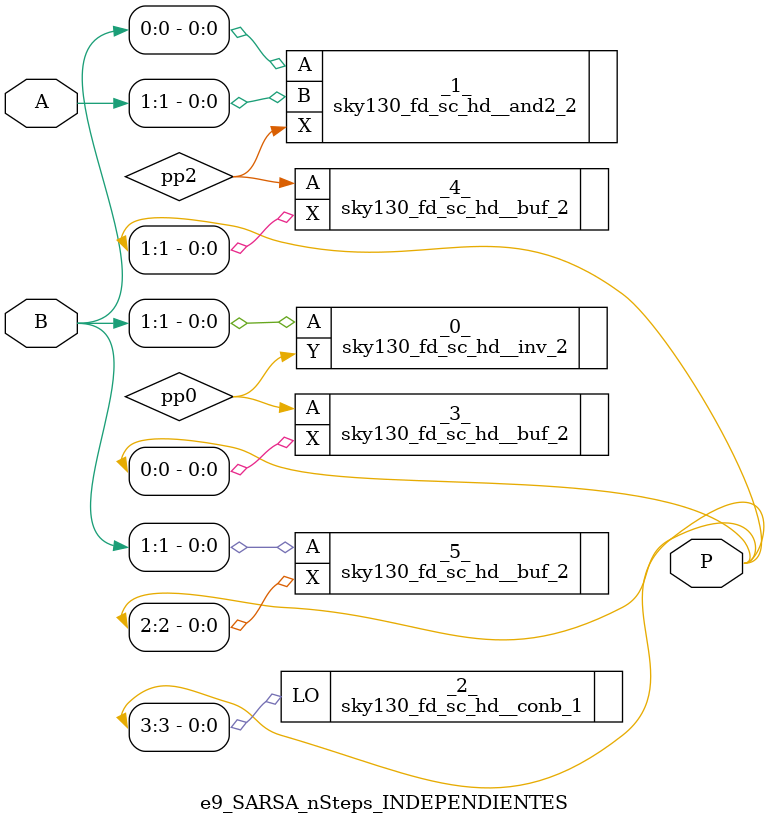
<source format=v>
/* Generated by Yosys 0.46 (git sha1 e97731b9dda91fa5fa53ed87df7c34163ba59a41, clang++ 17.0.6 -fPIC -O3) */

module e9_SARSA_nSteps_INDEPENDIENTES(A, B, P);
  input [1:0] A;
  wire [1:0] A;
  input [1:0] B;
  wire [1:0] B;
  output [3:0] P;
  wire [3:0] P;
  wire pp0;
  wire pp2;
  sky130_fd_sc_hd__inv_2 _0_ (
    .A(B[1]),
    .Y(pp0)
  );
  sky130_fd_sc_hd__and2_2 _1_ (
    .A(B[0]),
    .B(A[1]),
    .X(pp2)
  );
  sky130_fd_sc_hd__conb_1 _2_ (
    .LO(P[3])
  );
  sky130_fd_sc_hd__buf_2 _3_ (
    .A(pp0),
    .X(P[0])
  );
  sky130_fd_sc_hd__buf_2 _4_ (
    .A(pp2),
    .X(P[1])
  );
  sky130_fd_sc_hd__buf_2 _5_ (
    .A(B[1]),
    .X(P[2])
  );
endmodule

</source>
